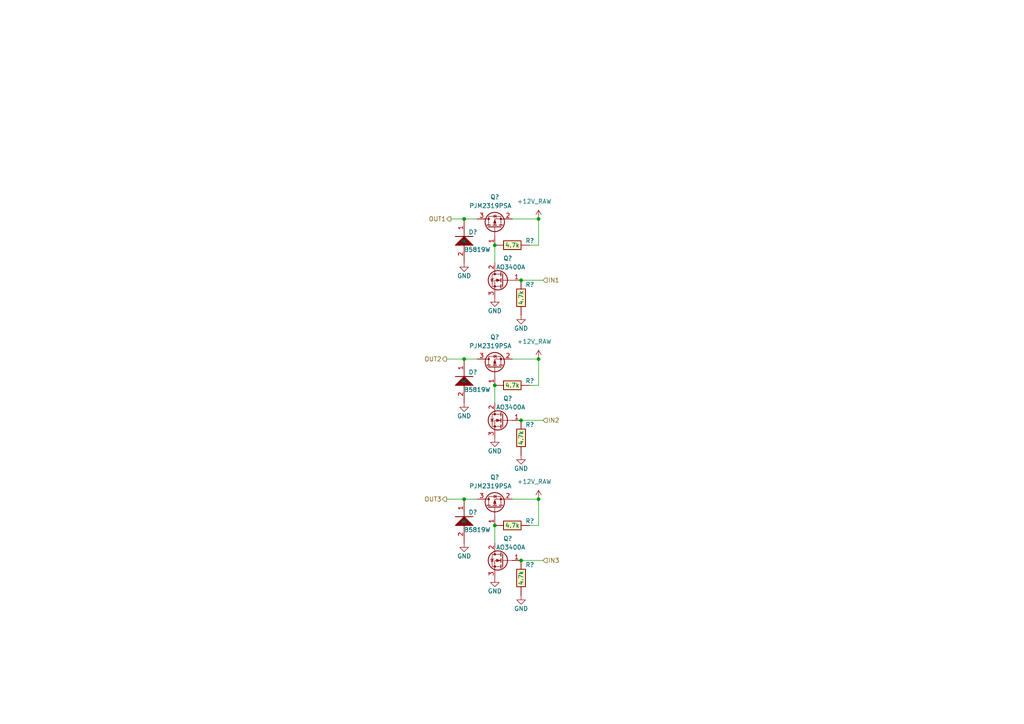
<source format=kicad_sch>
(kicad_sch (version 20230121) (generator eeschema)
  (paper "A4")
  (lib_symbols
    (symbol "Transistor_FET:IRLML5203" (pin_names hide)
      (property "Reference" "Q" (at 5.08 1.905 0))
      (property "Value" "IRLML5203" (at 5.08 0 0))
      (symbol "IRLML5203_0_1"
        (polyline (pts (xy 0.254 0) (xy -2.54 0)))
        (polyline (pts (xy 0.254 1.905) (xy 0.254 -1.905)) (stroke (width 0.254)))
        (polyline (pts (xy 0.762 -1.27) (xy 0.762 -2.286)) (stroke (width 0.254)))
        (polyline (pts (xy 0.762 0.508) (xy 0.762 -0.508)) (stroke (width 0.254)))
        (polyline (pts (xy 0.762 2.286) (xy 0.762 1.27)) (stroke (width 0.254)))
        (polyline (pts (xy 2.54 2.54) (xy 2.54 1.778)))
        (polyline (pts (xy 2.54 -2.54) (xy 2.54 0) (xy 0.762 0)))
        (polyline (pts (xy 0.762 1.778) (xy 3.302 1.778) (xy 3.302 -1.778) (xy 0.762 -1.778)))
        (polyline (pts (xy 2.286 0) (xy 1.27 0.381) (xy 1.27 -0.381) (xy 2.286 0)) (fill (type outline)))
        (polyline (pts (xy 2.794 -0.508) (xy 2.921 -0.381) (xy 3.683 -0.381) (xy 3.81 -0.254)))
        (polyline (pts (xy 3.302 -0.381) (xy 2.921 0.254) (xy 3.683 0.254) (xy 3.302 -0.381)))
        (circle (center 1.651 0) (radius 2.794) (stroke (width 0.254)))
        (circle (center 2.54 -1.778) (radius 0.254) (fill (type outline)))
        (circle (center 2.54 1.778) (radius 0.254) (fill (type outline)))
      )
      (symbol "IRLML5203_1_1"
        (pin input line (at -5.08 0 0) (length 2.54) (name "G") (number "1"))
        (pin passive line (at 2.54 -5.08 90) (length 2.54) (name "S") (number "2"))
        (pin passive line (at 2.54 5.08 270) (length 2.54) (name "D") (number "3"))
      )
    )
    (symbol "hellen-one-common:+12V_RAW" (power) (pin_names (offset 0))
      (property "Value" "+12V_RAW" (at 0 3.556 0))
      (symbol "+12V_RAW_0_1"
        (polyline (pts (xy -0.762 1.27) (xy 0 2.54)))
        (polyline (pts (xy 0 0) (xy 0 2.54)))
        (polyline (pts (xy 0 2.54) (xy 0.762 1.27)))
      )
      (symbol "+12V_RAW_1_1"
        (pin power_in line (at 0 0 90) (length 0) hide (name "+12V_RAW") (number "1"))
      )
    )
    (symbol "hellen-one-common:1N4148WS"
      (property "Reference" "D" (at 0 2.54 0))
      (property "Value" "1N4148WS" (at 0 -3.81 0))
      (symbol "1N4148WS_1_0"
        (polyline (pts (xy 2.54 2.54) (xy 2.54 -2.54)) (stroke (width 0.254)))
        (polyline (pts (xy 0 -2.54) (xy 2.54 0) (xy 0 2.54) (xy 0 -2.54)) (stroke (width 0.254)) (fill (type outline)))
        (pin passive line (at 7.62 0 180) (length 5.08) (name "K") (number "1"))
        (pin passive line (at -5.08 0 0) (length 5.08) (name "A") (number "2"))
      )
    )
    (symbol "hellen-one-common:MOSFET-N" (pin_names hide)
      (property "Reference" "Q" (at 5.08 6.35 0))
      (property "Value" "MOSFET-N" (at 2.54 3.81 0))
      (symbol "MOSFET-N_0_1"
        (polyline (pts (xy 0.254 0) (xy -2.54 0)))
        (polyline (pts (xy 0.254 1.905) (xy 0.254 -1.905)) (stroke (width 0.254)))
        (polyline (pts (xy 0.762 -1.27) (xy 0.762 -2.286)) (stroke (width 0.254)))
        (polyline (pts (xy 0.762 0.508) (xy 0.762 -0.508)) (stroke (width 0.254)))
        (polyline (pts (xy 0.762 2.286) (xy 0.762 1.27)) (stroke (width 0.254)))
        (polyline (pts (xy 2.54 2.54) (xy 2.54 1.778)))
        (polyline (pts (xy 2.54 -2.54) (xy 2.54 0) (xy 0.762 0)))
        (polyline (pts (xy 0.762 -1.778) (xy 3.302 -1.778) (xy 3.302 1.778) (xy 0.762 1.778)))
        (polyline (pts (xy 1.016 0) (xy 2.032 0.381) (xy 2.032 -0.381) (xy 1.016 0)) (fill (type outline)))
        (polyline (pts (xy 2.794 0.508) (xy 2.921 0.381) (xy 3.683 0.381) (xy 3.81 0.254)))
        (polyline (pts (xy 3.302 0.381) (xy 2.921 -0.254) (xy 3.683 -0.254) (xy 3.302 0.381)))
        (circle (center 1.651 0) (radius 2.794) (stroke (width 0.254)))
        (circle (center 2.54 -1.778) (radius 0.254) (fill (type outline)))
        (circle (center 2.54 1.778) (radius 0.254) (fill (type outline)))
      )
      (symbol "MOSFET-N_1_1"
        (pin input line (at -5.08 0 0) (length 2.54) (name "G") (number "1"))
        (pin passive line (at 2.54 5.08 270) (length 2.54) (name "D") (number "2"))
        (pin passive line (at 2.54 -5.08 90) (length 2.54) (name "S") (number "3"))
      )
    )
    (symbol "hellen-one-common:Res" (pin_numbers hide)
      (property "Reference" "R" (at 3.81 2.54 0))
      (property "Value" "Res" (at 5.08 -2.54 0))
      (symbol "Res_1_0"
        (rectangle (start 2.54 -1.27) (end 7.62 1.27) (stroke (width 0.254)) (fill (type background)))
        (pin passive line (at 0 0 0) (length 2.54) (name "") (number "1"))
        (pin passive line (at 10.16 0 180) (length 2.54) (name "") (number "2"))
      )
    )
    (symbol "power:GND" (power) (pin_names (offset 0))
      (property "Value" "GND" (at 0 -3.81 0))
      (symbol "GND_0_1"
        (polyline (pts (xy 0 0) (xy 0 -1.27) (xy 1.27 -1.27) (xy 0 -2.54) (xy -1.27 -1.27) (xy 0 -1.27)))
      )
      (symbol "GND_1_1"
        (pin power_in line (at 0 0 270) (length 0) hide (name "GND") (number "1"))
      )
    )
  )
  (junction (at 134.62 104.14))
  (junction (at 134.62 63.5))
  (junction (at 151.13 162.56))
  (junction (at 143.51 152.4))
  (junction (at 143.51 111.76))
  (junction (at 134.62 144.78))
  (junction (at 156.21 104.14))
  (junction (at 156.21 63.5))
  (junction (at 143.51 71.12))
  (junction (at 156.21 144.78))
  (junction (at 151.13 121.92))
  (junction (at 151.13 81.28))
  (wire (pts (xy 153.67 111.76) (xy 156.21 111.76)))
  (wire (pts (xy 151.13 162.56) (xy 157.48 162.56)))
  (wire (pts (xy 148.59 104.14) (xy 156.21 104.14)))
  (wire (pts (xy 156.21 71.12) (xy 156.21 63.5)))
  (wire (pts (xy 151.13 81.28) (xy 157.48 81.28)))
  (wire (pts (xy 143.51 71.12) (xy 143.51 76.2)))
  (wire (pts (xy 134.62 144.78) (xy 129.54 144.78)))
  (wire (pts (xy 148.59 63.5) (xy 156.21 63.5)))
  (wire (pts (xy 134.62 104.14) (xy 138.43 104.14)))
  (wire (pts (xy 134.62 144.78) (xy 138.43 144.78)))
  (wire (pts (xy 151.13 121.92) (xy 157.48 121.92)))
  (wire (pts (xy 130.81 63.5) (xy 134.62 63.5)))
  (wire (pts (xy 148.59 144.78) (xy 156.21 144.78)))
  (wire (pts (xy 153.67 71.12) (xy 156.21 71.12)))
  (wire (pts (xy 153.67 152.4) (xy 156.21 152.4)))
  (wire (pts (xy 134.62 63.5) (xy 138.43 63.5)))
  (wire (pts (xy 134.62 104.14) (xy 129.54 104.14)))
  (wire (pts (xy 143.51 152.4) (xy 143.51 157.48)))
  (wire (pts (xy 156.21 111.76) (xy 156.21 104.14)))
  (wire (pts (xy 156.21 152.4) (xy 156.21 144.78)))
  (wire (pts (xy 143.51 111.76) (xy 143.51 116.84)))
  (hierarchical_label "OUT3" (shape output) (at 129.54 144.78 180))
  (hierarchical_label "IN2" (shape input) (at 157.48 121.92 0))
  (hierarchical_label "IN3" (shape input) (at 157.48 162.56 0))
  (hierarchical_label "IN1" (shape input) (at 157.48 81.28 0))
  (hierarchical_label "OUT2" (shape output) (at 129.54 104.14 180))
  (hierarchical_label "OUT1" (shape output) (at 130.81 63.5 180))
  (symbol (lib_id "hellen-one-common:Res") (at 151.13 121.92 270) (unit 1)
    (property "Reference" "R?" (at 153.67 123.19 90))
    (property "Value" "4.7k" (at 151.13 127 0))
    (property "Footprint" "hellen-one-common:R0603" (effects hide))
    (property "LCSC" "C23162" (effects hide))
    (instances (project "alphax_8ch" (path "" (reference "R?") (unit 1)) (path "" (reference "R222") (unit 1))))
  )
  (symbol (lib_id "power:GND") (at 143.51 127 0) (mirror y) (unit 1)
    (property "Reference" "#PWR?" (effects hide))
    (property "Value" "GND" (at 143.51 130.81 0))
    (instances (project "alphax_8ch" (path "" (reference "#PWR?") (unit 1)) (path "" (reference "#PWR0275") (unit 1))))
  )
  (symbol (lib_id "power:GND") (at 134.62 157.48 0) (mirror y) (unit 1)
    (property "Reference" "#PWR?" (effects hide))
    (property "Value" "GND" (at 134.62 161.29 0))
    (instances (project "alphax_8ch" (path "" (reference "#PWR?") (unit 1)) (path "" (reference "#PWR0273") (unit 1))))
  )
  (symbol (lib_id "power:GND") (at 134.62 76.2 0) (mirror y) (unit 1)
    (property "Reference" "#PWR?" (effects hide))
    (property "Value" "GND" (at 134.62 80.01 0))
    (instances (project "alphax_8ch" (path "" (reference "#PWR?") (unit 1)) (path "" (reference "#PWR0271") (unit 1))))
  )
  (symbol (lib_id "power:GND") (at 143.51 86.36 0) (mirror y) (unit 1)
    (property "Reference" "#PWR?" (effects hide))
    (property "Value" "GND" (at 143.51 90.17 0))
    (instances (project "alphax_8ch" (path "" (reference "#PWR?") (unit 1)) (path "" (reference "#PWR0274") (unit 1))))
  )
  (symbol (lib_id "power:GND") (at 151.13 132.08 0) (mirror y) (unit 1)
    (property "Reference" "#PWR?" (effects hide))
    (property "Value" "GND" (at 151.13 135.89 0))
    (instances (project "alphax_8ch" (path "" (reference "#PWR?") (unit 1)) (path "" (reference "#PWR0278") (unit 1))))
  )
  (symbol (lib_id "hellen-one-common:+12V_RAW") (at 156.21 144.78 0) (mirror y) (unit 1)
    (property "Reference" "#PWR?" (effects hide))
    (property "Value" "+12V_RAW" (at 160.02 139.7 0) (effects (justify left)))
    (instances (project "alphax_8ch" (path "" (reference "#PWR?") (unit 1)) (path "" (reference "#PWR0282") (unit 1))))
  )
  (symbol (lib_id "hellen-one-common:Res") (at 151.13 162.56 270) (unit 1)
    (property "Reference" "R?" (at 153.67 163.83 90))
    (property "Value" "4.7k" (at 151.13 167.64 0))
    (property "Footprint" "hellen-one-common:R0603" (effects hide))
    (property "LCSC" "C23162" (effects hide))
    (instances (project "alphax_8ch" (path "" (reference "R?") (unit 1)) (path "" (reference "R223") (unit 1))))
  )
  (symbol (lib_id "hellen-one-common:MOSFET-N") (at 146.05 162.56 0) (mirror y) (unit 1)
    (property "Reference" "Q?" (at 148.59 156.21 0) (effects (justify left)))
    (property "Value" "AO3400A" (at 152.4 158.75 0) (effects (justify left)))
    (property "Footprint" "hellen-one-common:SOT-23" (effects hide))
    (property "LCSC" " C20917" (effects hide))
    (instances (project "alphax_8ch" (path "" (reference "Q?") (unit 1)) (path "" (reference "Q43") (unit 1))))
  )
  (symbol (lib_id "hellen-one-common:Res") (at 143.51 152.4 0) (unit 1)
    (property "Reference" "R?" (at 153.67 151.13 0))
    (property "Value" "4.7k" (at 148.59 152.4 0))
    (property "Footprint" "hellen-one-common:R0603" (effects hide))
    (property "LCSC" "C23162" (effects hide))
    (instances (project "alphax_8ch" (path "" (reference "R?") (unit 1)) (path "" (reference "R220") (unit 1))))
  )
  (symbol (lib_id "hellen-one-common:1N4148WS") (at 134.62 111.76 90) (unit 1)
    (property "Reference" "D?" (at 137.16 107.95 90))
    (property "Value" "B5819W" (at 138.43 113.03 90))
    (property "Footprint" "hellen-one-common:SOD-123" (effects hide))
    (property "LCSC" "C8598" (effects hide))
    (instances (project "alphax_8ch" (path "" (reference "D?") (unit 1)) (path "" (reference "D87") (unit 1))))
  )
  (symbol (lib_id "Transistor_FET:IRLML5203") (at 143.51 66.04 90) (unit 1)
    (property "Reference" "Q?" (at 143.51 57.15 90))
    (property "Value" "PJM2319PSA" (at 142.24 59.69 90))
    (property "Footprint" "Package_TO_SOT_SMD:SOT-23" (effects hide))
    (property "Datasheet" "https://datasheet.lcsc.com/lcsc/1912111437_PJSEMI-PJM2319PSA_C411720.pdf" (effects hide))
    (property "LCSC" "C411720" (effects hide))
    (instances (project "alphax_8ch" (path "" (reference "Q?") (unit 1)) (path "" (reference "Q38") (unit 1))))
  )
  (symbol (lib_id "power:GND") (at 143.51 167.64 0) (mirror y) (unit 1)
    (property "Reference" "#PWR?" (effects hide))
    (property "Value" "GND" (at 143.51 171.45 0))
    (instances (project "alphax_8ch" (path "" (reference "#PWR?") (unit 1)) (path "" (reference "#PWR0276") (unit 1))))
  )
  (symbol (lib_id "hellen-one-common:+12V_RAW") (at 156.21 104.14 0) (mirror y) (unit 1)
    (property "Reference" "#PWR?" (effects hide))
    (property "Value" "+12V_RAW" (at 160.02 99.06 0) (effects (justify left)))
    (instances (project "alphax_8ch" (path "" (reference "#PWR?") (unit 1)) (path "" (reference "#PWR0281") (unit 1))))
  )
  (symbol (lib_id "Transistor_FET:IRLML5203") (at 143.51 106.68 90) (unit 1)
    (property "Reference" "Q?" (at 143.51 97.79 90))
    (property "Value" "PJM2319PSA" (at 142.24 100.33 90))
    (property "Footprint" "Package_TO_SOT_SMD:SOT-23" (effects hide))
    (property "Datasheet" "https://datasheet.lcsc.com/lcsc/1912111437_PJSEMI-PJM2319PSA_C411720.pdf" (effects hide))
    (property "LCSC" "C411720" (effects hide))
    (instances (project "alphax_8ch" (path "" (reference "Q?") (unit 1)) (path "" (reference "Q39") (unit 1))))
  )
  (symbol (lib_id "power:GND") (at 134.62 116.84 0) (mirror y) (unit 1)
    (property "Reference" "#PWR?" (effects hide))
    (property "Value" "GND" (at 134.62 120.65 0))
    (instances (project "alphax_8ch" (path "" (reference "#PWR?") (unit 1)) (path "" (reference "#PWR0272") (unit 1))))
  )
  (symbol (lib_id "hellen-one-common:Res") (at 143.51 111.76 0) (unit 1)
    (property "Reference" "R?" (at 153.67 110.49 0))
    (property "Value" "4.7k" (at 148.59 111.76 0))
    (property "Footprint" "hellen-one-common:R0603" (effects hide))
    (property "LCSC" "C23162" (effects hide))
    (instances (project "alphax_8ch" (path "" (reference "R?") (unit 1)) (path "" (reference "R219") (unit 1))))
  )
  (symbol (lib_id "hellen-one-common:MOSFET-N") (at 146.05 81.28 0) (mirror y) (unit 1)
    (property "Reference" "Q?" (at 148.59 74.93 0) (effects (justify left)))
    (property "Value" "AO3400A" (at 152.4 77.47 0) (effects (justify left)))
    (property "Footprint" "hellen-one-common:SOT-23" (effects hide))
    (property "LCSC" " C20917" (effects hide))
    (instances (project "alphax_8ch" (path "" (reference "Q?") (unit 1)) (path "" (reference "Q41") (unit 1))))
  )
  (symbol (lib_id "power:GND") (at 151.13 91.44 0) (mirror y) (unit 1)
    (property "Reference" "#PWR?" (effects hide))
    (property "Value" "GND" (at 151.13 95.25 0))
    (instances (project "alphax_8ch" (path "" (reference "#PWR?") (unit 1)) (path "" (reference "#PWR0277") (unit 1))))
  )
  (symbol (lib_id "hellen-one-common:MOSFET-N") (at 146.05 121.92 0) (mirror y) (unit 1)
    (property "Reference" "Q?" (at 148.59 115.57 0) (effects (justify left)))
    (property "Value" "AO3400A" (at 152.4 118.11 0) (effects (justify left)))
    (property "Footprint" "hellen-one-common:SOT-23" (effects hide))
    (property "LCSC" " C20917" (effects hide))
    (instances (project "alphax_8ch" (path "" (reference "Q?") (unit 1)) (path "" (reference "Q42") (unit 1))))
  )
  (symbol (lib_id "hellen-one-common:+12V_RAW") (at 156.21 63.5 0) (mirror y) (unit 1)
    (property "Reference" "#PWR?" (effects hide))
    (property "Value" "+12V_RAW" (at 160.02 58.42 0) (effects (justify left)))
    (instances (project "alphax_8ch" (path "" (reference "#PWR?") (unit 1)) (path "" (reference "#PWR0280") (unit 1))))
  )
  (symbol (lib_id "hellen-one-common:Res") (at 151.13 81.28 270) (unit 1)
    (property "Reference" "R?" (at 153.67 82.55 90))
    (property "Value" "4.7k" (at 151.13 86.36 0))
    (property "Footprint" "hellen-one-common:R0603" (effects hide))
    (property "LCSC" "C23162" (effects hide))
    (instances (project "alphax_8ch" (path "" (reference "R?") (unit 1)) (path "" (reference "R221") (unit 1))))
  )
  (symbol (lib_id "hellen-one-common:1N4148WS") (at 134.62 71.12 90) (unit 1)
    (property "Reference" "D?" (at 137.16 67.31 90))
    (property "Value" "B5819W" (at 138.43 72.39 90))
    (property "Footprint" "hellen-one-common:SOD-123" (effects hide))
    (property "LCSC" "C8598" (effects hide))
    (instances (project "alphax_8ch" (path "" (reference "D?") (unit 1)) (path "" (reference "D86") (unit 1))))
  )
  (symbol (lib_id "hellen-one-common:Res") (at 143.51 71.12 0) (unit 1)
    (property "Reference" "R?" (at 153.67 69.85 0))
    (property "Value" "4.7k" (at 148.59 71.12 0))
    (property "Footprint" "hellen-one-common:R0603" (effects hide))
    (property "LCSC" "C23162" (effects hide))
    (instances (project "alphax_8ch" (path "" (reference "R?") (unit 1)) (path "" (reference "R218") (unit 1))))
  )
  (symbol (lib_id "Transistor_FET:IRLML5203") (at 143.51 147.32 90) (unit 1)
    (property "Reference" "Q?" (at 143.51 138.43 90))
    (property "Value" "PJM2319PSA" (at 142.24 140.97 90))
    (property "Footprint" "Package_TO_SOT_SMD:SOT-23" (effects hide))
    (property "Datasheet" "https://datasheet.lcsc.com/lcsc/1912111437_PJSEMI-PJM2319PSA_C411720.pdf" (effects hide))
    (property "LCSC" "C411720" (effects hide))
    (instances (project "alphax_8ch" (path "" (reference "Q?") (unit 1)) (path "" (reference "Q40") (unit 1))))
  )
  (symbol (lib_id "hellen-one-common:1N4148WS") (at 134.62 152.4 90) (unit 1)
    (property "Reference" "D?" (at 137.16 148.59 90))
    (property "Value" "B5819W" (at 138.43 153.67 90))
    (property "Footprint" "hellen-one-common:SOD-123" (effects hide))
    (property "LCSC" "C8598" (effects hide))
    (instances (project "alphax_8ch" (path "" (reference "D?") (unit 1)) (path "" (reference "D88") (unit 1))))
  )
  (symbol (lib_id "power:GND") (at 151.13 172.72 0) (mirror y) (unit 1)
    (property "Reference" "#PWR?" (effects hide))
    (property "Value" "GND" (at 151.13 176.53 0))
    (instances (project "alphax_8ch" (path "" (reference "#PWR?") (unit 1)) (path "" (reference "#PWR0279") (unit 1))))
  )
)
</source>
